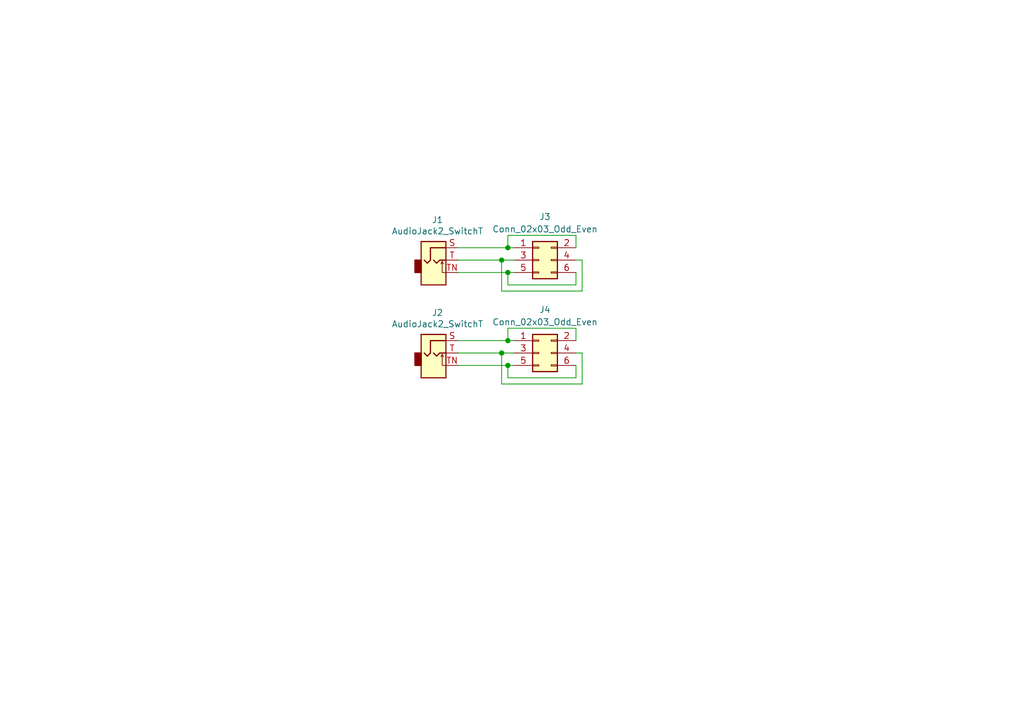
<source format=kicad_sch>
(kicad_sch (version 20230121) (generator eeschema)
  (paper "User" 210.007 148.006)
  (title_block (title "Thonkiconn Breadboard Adapter V3") (date "2019-04-23") (rev "a") (company "Joe Miragliuolo"))
  (lib_symbols
    (symbol "Connector_Audio:AudioJack2_SwitchT"
      (property "Reference" "J" (at 0 8.89 0))
      (property "Value" "AudioJack2_SwitchT" (at 0 6.35 0))
      (symbol "AudioJack2_SwitchT_0_1"
        (rectangle (start -2.54 0) (end -3.81 -2.54) (stroke (width 0.254)) (fill (type outline)))
        (polyline (pts (xy 1.778 -0.254) (xy 2.032 -0.762)))
        (polyline (pts (xy 0 0) (xy 0.635 -0.635) (xy 1.27 0) (xy 2.54 0)) (stroke (width 0.254)))
        (polyline (pts (xy 2.54 -2.54) (xy 1.778 -2.54) (xy 1.778 -0.254) (xy 1.524 -0.762)))
        (polyline (pts (xy 2.54 2.54) (xy -0.635 2.54) (xy -0.635 0) (xy -1.27 -0.635) (xy -1.905 0)) (stroke (width 0.254)))
        (rectangle (start 2.54 3.81) (end -2.54 -5.08) (stroke (width 0.254)) (fill (type background)))
      )
      (symbol "AudioJack2_SwitchT_1_1"
        (pin passive line (at 5.08 2.54 180) (length 2.54) (name "~") (number "S"))
        (pin passive line (at 5.08 0 180) (length 2.54) (name "~") (number "T"))
        (pin passive line (at 5.08 -2.54 180) (length 2.54) (name "~") (number "TN"))
      )
    )
    (symbol "Connector_Generic:Conn_02x03_Odd_Even" (pin_names (offset 1.016) hide)
      (property "Reference" "J" (at 1.27 5.08 0))
      (property "Value" "Conn_02x03_Odd_Even" (at 1.27 -5.08 0))
      (symbol "Conn_02x03_Odd_Even_1_1"
        (rectangle (start -1.27 -2.413) (end 0 -2.667) (stroke (width 0.1524)))
        (rectangle (start -1.27 0.127) (end 0 -0.127) (stroke (width 0.1524)))
        (rectangle (start -1.27 2.667) (end 0 2.413) (stroke (width 0.1524)))
        (rectangle (start -1.27 3.81) (end 3.81 -3.81) (stroke (width 0.254)) (fill (type background)))
        (rectangle (start 3.81 -2.413) (end 2.54 -2.667) (stroke (width 0.1524)))
        (rectangle (start 3.81 0.127) (end 2.54 -0.127) (stroke (width 0.1524)))
        (rectangle (start 3.81 2.667) (end 2.54 2.413) (stroke (width 0.1524)))
        (pin passive line (at -5.08 2.54 0) (length 3.81) (name "Pin_1") (number "1"))
        (pin passive line (at 7.62 2.54 180) (length 3.81) (name "Pin_2") (number "2"))
        (pin passive line (at -5.08 0 0) (length 3.81) (name "Pin_3") (number "3"))
        (pin passive line (at 7.62 0 180) (length 3.81) (name "Pin_4") (number "4"))
        (pin passive line (at -5.08 -2.54 0) (length 3.81) (name "Pin_5") (number "5"))
        (pin passive line (at 7.62 -2.54 180) (length 3.81) (name "Pin_6") (number "6"))
      )
    )
  )
  (junction (at 102.87 72.39))
  (junction (at 102.87 53.34))
  (junction (at 104.14 50.8))
  (junction (at 104.14 69.85))
  (junction (at 104.14 74.93))
  (junction (at 104.14 55.88))
  (wire (pts (xy 118.11 67.31) (xy 104.14 67.31)))
  (wire (pts (xy 104.14 74.93) (xy 105.41 74.93)))
  (wire (pts (xy 104.14 77.47) (xy 104.14 74.93)))
  (wire (pts (xy 118.11 55.88) (xy 118.11 58.42)))
  (wire (pts (xy 118.11 74.93) (xy 118.11 77.47)))
  (wire (pts (xy 102.87 78.74) (xy 102.87 72.39)))
  (wire (pts (xy 119.38 72.39) (xy 119.38 78.74)))
  (wire (pts (xy 93.98 72.39) (xy 102.87 72.39)))
  (wire (pts (xy 118.11 53.34) (xy 119.38 53.34)))
  (wire (pts (xy 118.11 58.42) (xy 104.14 58.42)))
  (wire (pts (xy 104.14 67.31) (xy 104.14 69.85)))
  (wire (pts (xy 119.38 59.69) (xy 102.87 59.69)))
  (wire (pts (xy 104.14 48.26) (xy 104.14 50.8)))
  (wire (pts (xy 119.38 78.74) (xy 102.87 78.74)))
  (wire (pts (xy 104.14 50.8) (xy 105.41 50.8)))
  (wire (pts (xy 93.98 69.85) (xy 104.14 69.85)))
  (wire (pts (xy 104.14 55.88) (xy 105.41 55.88)))
  (wire (pts (xy 93.98 53.34) (xy 102.87 53.34)))
  (wire (pts (xy 119.38 53.34) (xy 119.38 59.69)))
  (wire (pts (xy 104.14 58.42) (xy 104.14 55.88)))
  (wire (pts (xy 102.87 59.69) (xy 102.87 53.34)))
  (wire (pts (xy 118.11 72.39) (xy 119.38 72.39)))
  (wire (pts (xy 102.87 53.34) (xy 105.41 53.34)))
  (wire (pts (xy 93.98 50.8) (xy 104.14 50.8)))
  (wire (pts (xy 118.11 48.26) (xy 104.14 48.26)))
  (wire (pts (xy 118.11 69.85) (xy 118.11 67.31)))
  (wire (pts (xy 118.11 50.8) (xy 118.11 48.26)))
  (wire (pts (xy 104.14 69.85) (xy 105.41 69.85)))
  (wire (pts (xy 93.98 55.88) (xy 104.14 55.88)))
  (wire (pts (xy 118.11 77.47) (xy 104.14 77.47)))
  (wire (pts (xy 93.98 74.93) (xy 104.14 74.93)))
  (wire (pts (xy 102.87 72.39) (xy 105.41 72.39)))
  (symbol (lib_id "Connector_Audio:AudioJack2_SwitchT") (at 88.9 53.34 0) (unit 1)
    (property "Reference" "J1" (at 89.7128 45.085 0))
    (property "Value" "AudioJack2_SwitchT" (at 89.7128 47.3964 0))
    (property "Footprint" "Connector_Audio:Jack_3.5mm_QingPu_WQP-PJ398SM_Vertical_CircularHoles" (effects hide))
  )
  (symbol (lib_id "Connector_Generic:Conn_02x03_Odd_Even") (at 110.49 53.34 0) (unit 1)
    (property "Reference" "J3" (at 111.76 44.45 0))
    (property "Value" "Conn_02x03_Odd_Even" (at 111.76 46.99 0))
    (property "Footprint" "Connector_PinHeader_2.54mm:PinHeader_2x03_P2.54mm_Vertical" (effects hide))
  )
  (symbol (lib_id "Connector_Audio:AudioJack2_SwitchT") (at 88.9 72.39 0) (unit 1)
    (property "Reference" "J2" (at 89.7128 64.135 0))
    (property "Value" "AudioJack2_SwitchT" (at 89.7128 66.4464 0))
    (property "Footprint" "Connector_Audio:Jack_3.5mm_QingPu_WQP-PJ398SM_Vertical_CircularHoles" (effects hide))
  )
  (symbol (lib_id "Connector_Generic:Conn_02x03_Odd_Even") (at 110.49 72.39 0) (unit 1)
    (property "Reference" "J4" (at 111.76 63.5 0))
    (property "Value" "Conn_02x03_Odd_Even" (at 111.76 66.04 0))
    (property "Footprint" "Connector_PinHeader_2.54mm:PinHeader_2x03_P2.54mm_Vertical" (effects hide))
  )
)
</source>
